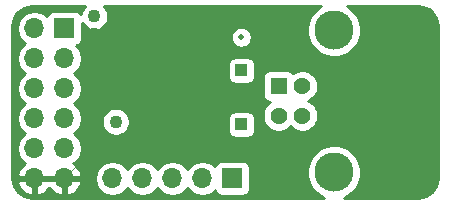
<source format=gbr>
G04 #@! TF.GenerationSoftware,KiCad,Pcbnew,5.1.6-c6e7f7d~86~ubuntu18.04.1*
G04 #@! TF.CreationDate,2021-05-10T21:05:39-07:00*
G04 #@! TF.ProjectId,usb_dev_pmod,7573625f-6465-4765-9f70-6d6f642e6b69,rev?*
G04 #@! TF.SameCoordinates,Original*
G04 #@! TF.FileFunction,Copper,L3,Inr*
G04 #@! TF.FilePolarity,Positive*
%FSLAX46Y46*%
G04 Gerber Fmt 4.6, Leading zero omitted, Abs format (unit mm)*
G04 Created by KiCad (PCBNEW 5.1.6-c6e7f7d~86~ubuntu18.04.1) date 2021-05-10 21:05:39*
%MOMM*%
%LPD*%
G01*
G04 APERTURE LIST*
G04 #@! TA.AperFunction,ViaPad*
%ADD10R,1.000000X1.000000*%
G04 #@! TD*
G04 #@! TA.AperFunction,ViaPad*
%ADD11C,3.316000*%
G04 #@! TD*
G04 #@! TA.AperFunction,ViaPad*
%ADD12C,1.428000*%
G04 #@! TD*
G04 #@! TA.AperFunction,ViaPad*
%ADD13R,1.428000X1.428000*%
G04 #@! TD*
G04 #@! TA.AperFunction,ViaPad*
%ADD14O,1.700000X1.700000*%
G04 #@! TD*
G04 #@! TA.AperFunction,ViaPad*
%ADD15R,1.700000X1.700000*%
G04 #@! TD*
G04 #@! TA.AperFunction,ViaPad*
%ADD16C,1.100000*%
G04 #@! TD*
G04 #@! TA.AperFunction,ViaPad*
%ADD17C,0.500000*%
G04 #@! TD*
G04 #@! TA.AperFunction,Conductor*
%ADD18C,0.088900*%
G04 #@! TD*
G04 #@! TA.AperFunction,Conductor*
%ADD19C,0.254000*%
G04 #@! TD*
G04 APERTURE END LIST*
D10*
X101346000Y-79248000D03*
X101346000Y-74676000D03*
D11*
X109202000Y-71272000D03*
X109202000Y-83312000D03*
D12*
X106492000Y-76002000D03*
X106492000Y-78502000D03*
X104492000Y-78502000D03*
D13*
X104492000Y-76002000D03*
D14*
X90424000Y-83820000D03*
X92964000Y-83820000D03*
X95504000Y-83820000D03*
X98044000Y-83820000D03*
D15*
X100584000Y-83820000D03*
D14*
X83820000Y-83820000D03*
X86360000Y-83820000D03*
X83820000Y-81280000D03*
X86360000Y-81280000D03*
X83820000Y-78740000D03*
X86360000Y-78740000D03*
X83820000Y-76200000D03*
X86360000Y-76200000D03*
X83820000Y-73660000D03*
X86360000Y-73660000D03*
X83820000Y-71120000D03*
D15*
X86360000Y-71120000D03*
D16*
X88900000Y-71628000D03*
X88900000Y-70104000D03*
X90703071Y-79023371D03*
D17*
X101346000Y-71882000D03*
D18*
X83820000Y-83820000D02*
X86360000Y-83820000D01*
X88900000Y-81280000D02*
X88900000Y-71628000D01*
X86360000Y-83820000D02*
X88900000Y-81280000D01*
D19*
G36*
X87979550Y-69348606D02*
G01*
X87849866Y-69542692D01*
X87760539Y-69758348D01*
X87731475Y-69904464D01*
X87661185Y-69818815D01*
X87564494Y-69739463D01*
X87454180Y-69680498D01*
X87334482Y-69644188D01*
X87210000Y-69631928D01*
X85510000Y-69631928D01*
X85385518Y-69644188D01*
X85265820Y-69680498D01*
X85155506Y-69739463D01*
X85058815Y-69818815D01*
X84979463Y-69915506D01*
X84920498Y-70025820D01*
X84898487Y-70098380D01*
X84766632Y-69966525D01*
X84523411Y-69804010D01*
X84253158Y-69692068D01*
X83966260Y-69635000D01*
X83673740Y-69635000D01*
X83386842Y-69692068D01*
X83116589Y-69804010D01*
X82873368Y-69966525D01*
X82666525Y-70173368D01*
X82504010Y-70416589D01*
X82392068Y-70686842D01*
X82335000Y-70973740D01*
X82335000Y-71266260D01*
X82392068Y-71553158D01*
X82504010Y-71823411D01*
X82666525Y-72066632D01*
X82873368Y-72273475D01*
X83047760Y-72390000D01*
X82873368Y-72506525D01*
X82666525Y-72713368D01*
X82504010Y-72956589D01*
X82392068Y-73226842D01*
X82335000Y-73513740D01*
X82335000Y-73806260D01*
X82392068Y-74093158D01*
X82504010Y-74363411D01*
X82666525Y-74606632D01*
X82873368Y-74813475D01*
X83047760Y-74930000D01*
X82873368Y-75046525D01*
X82666525Y-75253368D01*
X82504010Y-75496589D01*
X82392068Y-75766842D01*
X82335000Y-76053740D01*
X82335000Y-76346260D01*
X82392068Y-76633158D01*
X82504010Y-76903411D01*
X82666525Y-77146632D01*
X82873368Y-77353475D01*
X83047760Y-77470000D01*
X82873368Y-77586525D01*
X82666525Y-77793368D01*
X82504010Y-78036589D01*
X82392068Y-78306842D01*
X82335000Y-78593740D01*
X82335000Y-78886260D01*
X82392068Y-79173158D01*
X82504010Y-79443411D01*
X82666525Y-79686632D01*
X82873368Y-79893475D01*
X83047760Y-80010000D01*
X82873368Y-80126525D01*
X82666525Y-80333368D01*
X82504010Y-80576589D01*
X82392068Y-80846842D01*
X82335000Y-81133740D01*
X82335000Y-81426260D01*
X82392068Y-81713158D01*
X82504010Y-81983411D01*
X82666525Y-82226632D01*
X82873368Y-82433475D01*
X83055534Y-82555195D01*
X82938645Y-82624822D01*
X82722412Y-82819731D01*
X82548359Y-83053080D01*
X82423175Y-83315901D01*
X82378524Y-83463110D01*
X82499845Y-83693000D01*
X83693000Y-83693000D01*
X83693000Y-83673000D01*
X83947000Y-83673000D01*
X83947000Y-83693000D01*
X86233000Y-83693000D01*
X86233000Y-83673000D01*
X86487000Y-83673000D01*
X86487000Y-83693000D01*
X87680155Y-83693000D01*
X87690319Y-83673740D01*
X88939000Y-83673740D01*
X88939000Y-83966260D01*
X88996068Y-84253158D01*
X89108010Y-84523411D01*
X89270525Y-84766632D01*
X89477368Y-84973475D01*
X89720589Y-85135990D01*
X89990842Y-85247932D01*
X90277740Y-85305000D01*
X90570260Y-85305000D01*
X90857158Y-85247932D01*
X91127411Y-85135990D01*
X91370632Y-84973475D01*
X91577475Y-84766632D01*
X91694000Y-84592240D01*
X91810525Y-84766632D01*
X92017368Y-84973475D01*
X92260589Y-85135990D01*
X92530842Y-85247932D01*
X92817740Y-85305000D01*
X93110260Y-85305000D01*
X93397158Y-85247932D01*
X93667411Y-85135990D01*
X93910632Y-84973475D01*
X94117475Y-84766632D01*
X94234000Y-84592240D01*
X94350525Y-84766632D01*
X94557368Y-84973475D01*
X94800589Y-85135990D01*
X95070842Y-85247932D01*
X95357740Y-85305000D01*
X95650260Y-85305000D01*
X95937158Y-85247932D01*
X96207411Y-85135990D01*
X96450632Y-84973475D01*
X96657475Y-84766632D01*
X96774000Y-84592240D01*
X96890525Y-84766632D01*
X97097368Y-84973475D01*
X97340589Y-85135990D01*
X97610842Y-85247932D01*
X97897740Y-85305000D01*
X98190260Y-85305000D01*
X98477158Y-85247932D01*
X98747411Y-85135990D01*
X98990632Y-84973475D01*
X99122487Y-84841620D01*
X99144498Y-84914180D01*
X99203463Y-85024494D01*
X99282815Y-85121185D01*
X99379506Y-85200537D01*
X99489820Y-85259502D01*
X99609518Y-85295812D01*
X99734000Y-85308072D01*
X101434000Y-85308072D01*
X101558482Y-85295812D01*
X101678180Y-85259502D01*
X101788494Y-85200537D01*
X101885185Y-85121185D01*
X101964537Y-85024494D01*
X102023502Y-84914180D01*
X102059812Y-84794482D01*
X102072072Y-84670000D01*
X102072072Y-82970000D01*
X102059812Y-82845518D01*
X102023502Y-82725820D01*
X101964537Y-82615506D01*
X101885185Y-82518815D01*
X101788494Y-82439463D01*
X101678180Y-82380498D01*
X101558482Y-82344188D01*
X101434000Y-82331928D01*
X99734000Y-82331928D01*
X99609518Y-82344188D01*
X99489820Y-82380498D01*
X99379506Y-82439463D01*
X99282815Y-82518815D01*
X99203463Y-82615506D01*
X99144498Y-82725820D01*
X99122487Y-82798380D01*
X98990632Y-82666525D01*
X98747411Y-82504010D01*
X98477158Y-82392068D01*
X98190260Y-82335000D01*
X97897740Y-82335000D01*
X97610842Y-82392068D01*
X97340589Y-82504010D01*
X97097368Y-82666525D01*
X96890525Y-82873368D01*
X96774000Y-83047760D01*
X96657475Y-82873368D01*
X96450632Y-82666525D01*
X96207411Y-82504010D01*
X95937158Y-82392068D01*
X95650260Y-82335000D01*
X95357740Y-82335000D01*
X95070842Y-82392068D01*
X94800589Y-82504010D01*
X94557368Y-82666525D01*
X94350525Y-82873368D01*
X94234000Y-83047760D01*
X94117475Y-82873368D01*
X93910632Y-82666525D01*
X93667411Y-82504010D01*
X93397158Y-82392068D01*
X93110260Y-82335000D01*
X92817740Y-82335000D01*
X92530842Y-82392068D01*
X92260589Y-82504010D01*
X92017368Y-82666525D01*
X91810525Y-82873368D01*
X91694000Y-83047760D01*
X91577475Y-82873368D01*
X91370632Y-82666525D01*
X91127411Y-82504010D01*
X90857158Y-82392068D01*
X90570260Y-82335000D01*
X90277740Y-82335000D01*
X89990842Y-82392068D01*
X89720589Y-82504010D01*
X89477368Y-82666525D01*
X89270525Y-82873368D01*
X89108010Y-83116589D01*
X88996068Y-83386842D01*
X88939000Y-83673740D01*
X87690319Y-83673740D01*
X87801476Y-83463110D01*
X87756825Y-83315901D01*
X87631641Y-83053080D01*
X87457588Y-82819731D01*
X87241355Y-82624822D01*
X87124466Y-82555195D01*
X87306632Y-82433475D01*
X87513475Y-82226632D01*
X87675990Y-81983411D01*
X87787932Y-81713158D01*
X87845000Y-81426260D01*
X87845000Y-81133740D01*
X87787932Y-80846842D01*
X87675990Y-80576589D01*
X87513475Y-80333368D01*
X87306632Y-80126525D01*
X87132240Y-80010000D01*
X87306632Y-79893475D01*
X87513475Y-79686632D01*
X87675990Y-79443411D01*
X87787932Y-79173158D01*
X87840942Y-78906659D01*
X89518071Y-78906659D01*
X89518071Y-79140083D01*
X89563610Y-79369023D01*
X89652937Y-79584679D01*
X89782621Y-79778765D01*
X89947677Y-79943821D01*
X90141763Y-80073505D01*
X90357419Y-80162832D01*
X90586359Y-80208371D01*
X90819783Y-80208371D01*
X91048723Y-80162832D01*
X91264379Y-80073505D01*
X91458465Y-79943821D01*
X91623521Y-79778765D01*
X91753205Y-79584679D01*
X91842532Y-79369023D01*
X91888071Y-79140083D01*
X91888071Y-78906659D01*
X91856512Y-78748000D01*
X100207928Y-78748000D01*
X100207928Y-79748000D01*
X100220188Y-79872482D01*
X100256498Y-79992180D01*
X100315463Y-80102494D01*
X100394815Y-80199185D01*
X100491506Y-80278537D01*
X100601820Y-80337502D01*
X100721518Y-80373812D01*
X100846000Y-80386072D01*
X101846000Y-80386072D01*
X101970482Y-80373812D01*
X102090180Y-80337502D01*
X102200494Y-80278537D01*
X102297185Y-80199185D01*
X102376537Y-80102494D01*
X102435502Y-79992180D01*
X102471812Y-79872482D01*
X102484072Y-79748000D01*
X102484072Y-78748000D01*
X102471812Y-78623518D01*
X102435502Y-78503820D01*
X102376537Y-78393506D01*
X102297185Y-78296815D01*
X102200494Y-78217463D01*
X102090180Y-78158498D01*
X101970482Y-78122188D01*
X101846000Y-78109928D01*
X100846000Y-78109928D01*
X100721518Y-78122188D01*
X100601820Y-78158498D01*
X100491506Y-78217463D01*
X100394815Y-78296815D01*
X100315463Y-78393506D01*
X100256498Y-78503820D01*
X100220188Y-78623518D01*
X100207928Y-78748000D01*
X91856512Y-78748000D01*
X91842532Y-78677719D01*
X91753205Y-78462063D01*
X91623521Y-78267977D01*
X91458465Y-78102921D01*
X91264379Y-77973237D01*
X91048723Y-77883910D01*
X90819783Y-77838371D01*
X90586359Y-77838371D01*
X90357419Y-77883910D01*
X90141763Y-77973237D01*
X89947677Y-78102921D01*
X89782621Y-78267977D01*
X89652937Y-78462063D01*
X89563610Y-78677719D01*
X89518071Y-78906659D01*
X87840942Y-78906659D01*
X87845000Y-78886260D01*
X87845000Y-78593740D01*
X87787932Y-78306842D01*
X87675990Y-78036589D01*
X87513475Y-77793368D01*
X87306632Y-77586525D01*
X87132240Y-77470000D01*
X87306632Y-77353475D01*
X87513475Y-77146632D01*
X87675990Y-76903411D01*
X87787932Y-76633158D01*
X87845000Y-76346260D01*
X87845000Y-76053740D01*
X87787932Y-75766842D01*
X87675990Y-75496589D01*
X87513475Y-75253368D01*
X87306632Y-75046525D01*
X87132240Y-74930000D01*
X87306632Y-74813475D01*
X87513475Y-74606632D01*
X87675990Y-74363411D01*
X87753617Y-74176000D01*
X100207928Y-74176000D01*
X100207928Y-75176000D01*
X100220188Y-75300482D01*
X100256498Y-75420180D01*
X100315463Y-75530494D01*
X100394815Y-75627185D01*
X100491506Y-75706537D01*
X100601820Y-75765502D01*
X100721518Y-75801812D01*
X100846000Y-75814072D01*
X101846000Y-75814072D01*
X101970482Y-75801812D01*
X102090180Y-75765502D01*
X102200494Y-75706537D01*
X102297185Y-75627185D01*
X102376537Y-75530494D01*
X102435502Y-75420180D01*
X102471812Y-75300482D01*
X102473041Y-75288000D01*
X103139928Y-75288000D01*
X103139928Y-76716000D01*
X103152188Y-76840482D01*
X103188498Y-76960180D01*
X103247463Y-77070494D01*
X103326815Y-77167185D01*
X103423506Y-77246537D01*
X103533820Y-77305502D01*
X103653518Y-77341812D01*
X103778000Y-77354072D01*
X103781860Y-77354072D01*
X103632063Y-77454163D01*
X103444163Y-77642063D01*
X103296532Y-77863009D01*
X103194842Y-78108511D01*
X103143000Y-78369135D01*
X103143000Y-78634865D01*
X103194842Y-78895489D01*
X103296532Y-79140991D01*
X103444163Y-79361937D01*
X103632063Y-79549837D01*
X103853009Y-79697468D01*
X104098511Y-79799158D01*
X104359135Y-79851000D01*
X104624865Y-79851000D01*
X104885489Y-79799158D01*
X105130991Y-79697468D01*
X105351937Y-79549837D01*
X105492000Y-79409774D01*
X105632063Y-79549837D01*
X105853009Y-79697468D01*
X106098511Y-79799158D01*
X106359135Y-79851000D01*
X106624865Y-79851000D01*
X106885489Y-79799158D01*
X107130991Y-79697468D01*
X107351937Y-79549837D01*
X107539837Y-79361937D01*
X107687468Y-79140991D01*
X107789158Y-78895489D01*
X107841000Y-78634865D01*
X107841000Y-78369135D01*
X107789158Y-78108511D01*
X107687468Y-77863009D01*
X107539837Y-77642063D01*
X107351937Y-77454163D01*
X107130991Y-77306532D01*
X106999339Y-77252000D01*
X107130991Y-77197468D01*
X107351937Y-77049837D01*
X107539837Y-76861937D01*
X107687468Y-76640991D01*
X107789158Y-76395489D01*
X107841000Y-76134865D01*
X107841000Y-75869135D01*
X107789158Y-75608511D01*
X107687468Y-75363009D01*
X107539837Y-75142063D01*
X107351937Y-74954163D01*
X107130991Y-74806532D01*
X106885489Y-74704842D01*
X106624865Y-74653000D01*
X106359135Y-74653000D01*
X106098511Y-74704842D01*
X105853009Y-74806532D01*
X105710486Y-74901763D01*
X105657185Y-74836815D01*
X105560494Y-74757463D01*
X105450180Y-74698498D01*
X105330482Y-74662188D01*
X105206000Y-74649928D01*
X103778000Y-74649928D01*
X103653518Y-74662188D01*
X103533820Y-74698498D01*
X103423506Y-74757463D01*
X103326815Y-74836815D01*
X103247463Y-74933506D01*
X103188498Y-75043820D01*
X103152188Y-75163518D01*
X103139928Y-75288000D01*
X102473041Y-75288000D01*
X102484072Y-75176000D01*
X102484072Y-74176000D01*
X102471812Y-74051518D01*
X102435502Y-73931820D01*
X102376537Y-73821506D01*
X102297185Y-73724815D01*
X102200494Y-73645463D01*
X102090180Y-73586498D01*
X101970482Y-73550188D01*
X101846000Y-73537928D01*
X100846000Y-73537928D01*
X100721518Y-73550188D01*
X100601820Y-73586498D01*
X100491506Y-73645463D01*
X100394815Y-73724815D01*
X100315463Y-73821506D01*
X100256498Y-73931820D01*
X100220188Y-74051518D01*
X100207928Y-74176000D01*
X87753617Y-74176000D01*
X87787932Y-74093158D01*
X87845000Y-73806260D01*
X87845000Y-73513740D01*
X87787932Y-73226842D01*
X87675990Y-72956589D01*
X87513475Y-72713368D01*
X87381620Y-72581513D01*
X87454180Y-72559502D01*
X87564494Y-72500537D01*
X87661185Y-72421185D01*
X87740537Y-72324494D01*
X87799502Y-72214180D01*
X87835812Y-72094482D01*
X87848072Y-71970000D01*
X87848072Y-71794835D01*
X100461000Y-71794835D01*
X100461000Y-71969165D01*
X100495010Y-72140145D01*
X100561723Y-72301205D01*
X100658576Y-72446155D01*
X100781845Y-72569424D01*
X100926795Y-72666277D01*
X101087855Y-72732990D01*
X101258835Y-72767000D01*
X101433165Y-72767000D01*
X101604145Y-72732990D01*
X101765205Y-72666277D01*
X101910155Y-72569424D01*
X102033424Y-72446155D01*
X102130277Y-72301205D01*
X102196990Y-72140145D01*
X102231000Y-71969165D01*
X102231000Y-71794835D01*
X102196990Y-71623855D01*
X102130277Y-71462795D01*
X102033424Y-71317845D01*
X101910155Y-71194576D01*
X101765205Y-71097723D01*
X101604145Y-71031010D01*
X101433165Y-70997000D01*
X101258835Y-70997000D01*
X101087855Y-71031010D01*
X100926795Y-71097723D01*
X100781845Y-71194576D01*
X100658576Y-71317845D01*
X100561723Y-71462795D01*
X100495010Y-71623855D01*
X100461000Y-71794835D01*
X87848072Y-71794835D01*
X87848072Y-70660977D01*
X87849866Y-70665308D01*
X87979550Y-70859394D01*
X88144606Y-71024450D01*
X88338692Y-71154134D01*
X88554348Y-71243461D01*
X88783288Y-71289000D01*
X89016712Y-71289000D01*
X89245652Y-71243461D01*
X89461308Y-71154134D01*
X89655394Y-71024450D01*
X89820450Y-70859394D01*
X89950134Y-70665308D01*
X90039461Y-70449652D01*
X90085000Y-70220712D01*
X90085000Y-69987288D01*
X90039461Y-69758348D01*
X89950134Y-69542692D01*
X89820450Y-69348606D01*
X89711844Y-69240000D01*
X108115812Y-69240000D01*
X107740298Y-69490910D01*
X107420910Y-69810298D01*
X107169970Y-70185857D01*
X106997119Y-70603157D01*
X106909000Y-71046159D01*
X106909000Y-71497841D01*
X106997119Y-71940843D01*
X107169970Y-72358143D01*
X107420910Y-72733702D01*
X107740298Y-73053090D01*
X108115857Y-73304030D01*
X108533157Y-73476881D01*
X108976159Y-73565000D01*
X109427841Y-73565000D01*
X109870843Y-73476881D01*
X110288143Y-73304030D01*
X110663702Y-73053090D01*
X110983090Y-72733702D01*
X111234030Y-72358143D01*
X111406881Y-71940843D01*
X111495000Y-71497841D01*
X111495000Y-71046159D01*
X111406881Y-70603157D01*
X111234030Y-70185857D01*
X110983090Y-69810298D01*
X110663702Y-69490910D01*
X110288188Y-69240000D01*
X116299721Y-69240000D01*
X116647210Y-69274072D01*
X116950413Y-69365614D01*
X117230064Y-69514307D01*
X117475505Y-69714484D01*
X117677391Y-69958521D01*
X117828031Y-70237125D01*
X117921690Y-70539688D01*
X117958001Y-70885167D01*
X117958000Y-83787721D01*
X117923928Y-84135209D01*
X117832384Y-84438417D01*
X117683693Y-84718063D01*
X117483516Y-84963505D01*
X117239476Y-85165392D01*
X116960875Y-85316031D01*
X116658313Y-85409690D01*
X116312842Y-85446000D01*
X110041965Y-85446000D01*
X110288143Y-85344030D01*
X110663702Y-85093090D01*
X110983090Y-84773702D01*
X111234030Y-84398143D01*
X111406881Y-83980843D01*
X111495000Y-83537841D01*
X111495000Y-83086159D01*
X111406881Y-82643157D01*
X111234030Y-82225857D01*
X110983090Y-81850298D01*
X110663702Y-81530910D01*
X110288143Y-81279970D01*
X109870843Y-81107119D01*
X109427841Y-81019000D01*
X108976159Y-81019000D01*
X108533157Y-81107119D01*
X108115857Y-81279970D01*
X107740298Y-81530910D01*
X107420910Y-81850298D01*
X107169970Y-82225857D01*
X106997119Y-82643157D01*
X106909000Y-83086159D01*
X106909000Y-83537841D01*
X106997119Y-83980843D01*
X107169970Y-84398143D01*
X107420910Y-84773702D01*
X107740298Y-85093090D01*
X108115857Y-85344030D01*
X108362035Y-85446000D01*
X83598279Y-85446000D01*
X83250791Y-85411928D01*
X82947583Y-85320384D01*
X82667937Y-85171693D01*
X82422495Y-84971516D01*
X82220608Y-84727476D01*
X82069969Y-84448875D01*
X81985776Y-84176890D01*
X82378524Y-84176890D01*
X82423175Y-84324099D01*
X82548359Y-84586920D01*
X82722412Y-84820269D01*
X82938645Y-85015178D01*
X83188748Y-85164157D01*
X83463109Y-85261481D01*
X83693000Y-85140814D01*
X83693000Y-83947000D01*
X83947000Y-83947000D01*
X83947000Y-85140814D01*
X84176891Y-85261481D01*
X84451252Y-85164157D01*
X84701355Y-85015178D01*
X84917588Y-84820269D01*
X85090000Y-84589120D01*
X85262412Y-84820269D01*
X85478645Y-85015178D01*
X85728748Y-85164157D01*
X86003109Y-85261481D01*
X86233000Y-85140814D01*
X86233000Y-83947000D01*
X86487000Y-83947000D01*
X86487000Y-85140814D01*
X86716891Y-85261481D01*
X86991252Y-85164157D01*
X87241355Y-85015178D01*
X87457588Y-84820269D01*
X87631641Y-84586920D01*
X87756825Y-84324099D01*
X87801476Y-84176890D01*
X87680155Y-83947000D01*
X86487000Y-83947000D01*
X86233000Y-83947000D01*
X83947000Y-83947000D01*
X83693000Y-83947000D01*
X82499845Y-83947000D01*
X82378524Y-84176890D01*
X81985776Y-84176890D01*
X81976310Y-84146313D01*
X81940000Y-83800842D01*
X81940000Y-70898279D01*
X81974072Y-70550790D01*
X82065614Y-70247587D01*
X82214307Y-69967936D01*
X82414484Y-69722495D01*
X82658521Y-69520609D01*
X82937125Y-69369969D01*
X83239688Y-69276310D01*
X83585158Y-69240000D01*
X88088156Y-69240000D01*
X87979550Y-69348606D01*
G37*
X87979550Y-69348606D02*
X87849866Y-69542692D01*
X87760539Y-69758348D01*
X87731475Y-69904464D01*
X87661185Y-69818815D01*
X87564494Y-69739463D01*
X87454180Y-69680498D01*
X87334482Y-69644188D01*
X87210000Y-69631928D01*
X85510000Y-69631928D01*
X85385518Y-69644188D01*
X85265820Y-69680498D01*
X85155506Y-69739463D01*
X85058815Y-69818815D01*
X84979463Y-69915506D01*
X84920498Y-70025820D01*
X84898487Y-70098380D01*
X84766632Y-69966525D01*
X84523411Y-69804010D01*
X84253158Y-69692068D01*
X83966260Y-69635000D01*
X83673740Y-69635000D01*
X83386842Y-69692068D01*
X83116589Y-69804010D01*
X82873368Y-69966525D01*
X82666525Y-70173368D01*
X82504010Y-70416589D01*
X82392068Y-70686842D01*
X82335000Y-70973740D01*
X82335000Y-71266260D01*
X82392068Y-71553158D01*
X82504010Y-71823411D01*
X82666525Y-72066632D01*
X82873368Y-72273475D01*
X83047760Y-72390000D01*
X82873368Y-72506525D01*
X82666525Y-72713368D01*
X82504010Y-72956589D01*
X82392068Y-73226842D01*
X82335000Y-73513740D01*
X82335000Y-73806260D01*
X82392068Y-74093158D01*
X82504010Y-74363411D01*
X82666525Y-74606632D01*
X82873368Y-74813475D01*
X83047760Y-74930000D01*
X82873368Y-75046525D01*
X82666525Y-75253368D01*
X82504010Y-75496589D01*
X82392068Y-75766842D01*
X82335000Y-76053740D01*
X82335000Y-76346260D01*
X82392068Y-76633158D01*
X82504010Y-76903411D01*
X82666525Y-77146632D01*
X82873368Y-77353475D01*
X83047760Y-77470000D01*
X82873368Y-77586525D01*
X82666525Y-77793368D01*
X82504010Y-78036589D01*
X82392068Y-78306842D01*
X82335000Y-78593740D01*
X82335000Y-78886260D01*
X82392068Y-79173158D01*
X82504010Y-79443411D01*
X82666525Y-79686632D01*
X82873368Y-79893475D01*
X83047760Y-80010000D01*
X82873368Y-80126525D01*
X82666525Y-80333368D01*
X82504010Y-80576589D01*
X82392068Y-80846842D01*
X82335000Y-81133740D01*
X82335000Y-81426260D01*
X82392068Y-81713158D01*
X82504010Y-81983411D01*
X82666525Y-82226632D01*
X82873368Y-82433475D01*
X83055534Y-82555195D01*
X82938645Y-82624822D01*
X82722412Y-82819731D01*
X82548359Y-83053080D01*
X82423175Y-83315901D01*
X82378524Y-83463110D01*
X82499845Y-83693000D01*
X83693000Y-83693000D01*
X83693000Y-83673000D01*
X83947000Y-83673000D01*
X83947000Y-83693000D01*
X86233000Y-83693000D01*
X86233000Y-83673000D01*
X86487000Y-83673000D01*
X86487000Y-83693000D01*
X87680155Y-83693000D01*
X87690319Y-83673740D01*
X88939000Y-83673740D01*
X88939000Y-83966260D01*
X88996068Y-84253158D01*
X89108010Y-84523411D01*
X89270525Y-84766632D01*
X89477368Y-84973475D01*
X89720589Y-85135990D01*
X89990842Y-85247932D01*
X90277740Y-85305000D01*
X90570260Y-85305000D01*
X90857158Y-85247932D01*
X91127411Y-85135990D01*
X91370632Y-84973475D01*
X91577475Y-84766632D01*
X91694000Y-84592240D01*
X91810525Y-84766632D01*
X92017368Y-84973475D01*
X92260589Y-85135990D01*
X92530842Y-85247932D01*
X92817740Y-85305000D01*
X93110260Y-85305000D01*
X93397158Y-85247932D01*
X93667411Y-85135990D01*
X93910632Y-84973475D01*
X94117475Y-84766632D01*
X94234000Y-84592240D01*
X94350525Y-84766632D01*
X94557368Y-84973475D01*
X94800589Y-85135990D01*
X95070842Y-85247932D01*
X95357740Y-85305000D01*
X95650260Y-85305000D01*
X95937158Y-85247932D01*
X96207411Y-85135990D01*
X96450632Y-84973475D01*
X96657475Y-84766632D01*
X96774000Y-84592240D01*
X96890525Y-84766632D01*
X97097368Y-84973475D01*
X97340589Y-85135990D01*
X97610842Y-85247932D01*
X97897740Y-85305000D01*
X98190260Y-85305000D01*
X98477158Y-85247932D01*
X98747411Y-85135990D01*
X98990632Y-84973475D01*
X99122487Y-84841620D01*
X99144498Y-84914180D01*
X99203463Y-85024494D01*
X99282815Y-85121185D01*
X99379506Y-85200537D01*
X99489820Y-85259502D01*
X99609518Y-85295812D01*
X99734000Y-85308072D01*
X101434000Y-85308072D01*
X101558482Y-85295812D01*
X101678180Y-85259502D01*
X101788494Y-85200537D01*
X101885185Y-85121185D01*
X101964537Y-85024494D01*
X102023502Y-84914180D01*
X102059812Y-84794482D01*
X102072072Y-84670000D01*
X102072072Y-82970000D01*
X102059812Y-82845518D01*
X102023502Y-82725820D01*
X101964537Y-82615506D01*
X101885185Y-82518815D01*
X101788494Y-82439463D01*
X101678180Y-82380498D01*
X101558482Y-82344188D01*
X101434000Y-82331928D01*
X99734000Y-82331928D01*
X99609518Y-82344188D01*
X99489820Y-82380498D01*
X99379506Y-82439463D01*
X99282815Y-82518815D01*
X99203463Y-82615506D01*
X99144498Y-82725820D01*
X99122487Y-82798380D01*
X98990632Y-82666525D01*
X98747411Y-82504010D01*
X98477158Y-82392068D01*
X98190260Y-82335000D01*
X97897740Y-82335000D01*
X97610842Y-82392068D01*
X97340589Y-82504010D01*
X97097368Y-82666525D01*
X96890525Y-82873368D01*
X96774000Y-83047760D01*
X96657475Y-82873368D01*
X96450632Y-82666525D01*
X96207411Y-82504010D01*
X95937158Y-82392068D01*
X95650260Y-82335000D01*
X95357740Y-82335000D01*
X95070842Y-82392068D01*
X94800589Y-82504010D01*
X94557368Y-82666525D01*
X94350525Y-82873368D01*
X94234000Y-83047760D01*
X94117475Y-82873368D01*
X93910632Y-82666525D01*
X93667411Y-82504010D01*
X93397158Y-82392068D01*
X93110260Y-82335000D01*
X92817740Y-82335000D01*
X92530842Y-82392068D01*
X92260589Y-82504010D01*
X92017368Y-82666525D01*
X91810525Y-82873368D01*
X91694000Y-83047760D01*
X91577475Y-82873368D01*
X91370632Y-82666525D01*
X91127411Y-82504010D01*
X90857158Y-82392068D01*
X90570260Y-82335000D01*
X90277740Y-82335000D01*
X89990842Y-82392068D01*
X89720589Y-82504010D01*
X89477368Y-82666525D01*
X89270525Y-82873368D01*
X89108010Y-83116589D01*
X88996068Y-83386842D01*
X88939000Y-83673740D01*
X87690319Y-83673740D01*
X87801476Y-83463110D01*
X87756825Y-83315901D01*
X87631641Y-83053080D01*
X87457588Y-82819731D01*
X87241355Y-82624822D01*
X87124466Y-82555195D01*
X87306632Y-82433475D01*
X87513475Y-82226632D01*
X87675990Y-81983411D01*
X87787932Y-81713158D01*
X87845000Y-81426260D01*
X87845000Y-81133740D01*
X87787932Y-80846842D01*
X87675990Y-80576589D01*
X87513475Y-80333368D01*
X87306632Y-80126525D01*
X87132240Y-80010000D01*
X87306632Y-79893475D01*
X87513475Y-79686632D01*
X87675990Y-79443411D01*
X87787932Y-79173158D01*
X87840942Y-78906659D01*
X89518071Y-78906659D01*
X89518071Y-79140083D01*
X89563610Y-79369023D01*
X89652937Y-79584679D01*
X89782621Y-79778765D01*
X89947677Y-79943821D01*
X90141763Y-80073505D01*
X90357419Y-80162832D01*
X90586359Y-80208371D01*
X90819783Y-80208371D01*
X91048723Y-80162832D01*
X91264379Y-80073505D01*
X91458465Y-79943821D01*
X91623521Y-79778765D01*
X91753205Y-79584679D01*
X91842532Y-79369023D01*
X91888071Y-79140083D01*
X91888071Y-78906659D01*
X91856512Y-78748000D01*
X100207928Y-78748000D01*
X100207928Y-79748000D01*
X100220188Y-79872482D01*
X100256498Y-79992180D01*
X100315463Y-80102494D01*
X100394815Y-80199185D01*
X100491506Y-80278537D01*
X100601820Y-80337502D01*
X100721518Y-80373812D01*
X100846000Y-80386072D01*
X101846000Y-80386072D01*
X101970482Y-80373812D01*
X102090180Y-80337502D01*
X102200494Y-80278537D01*
X102297185Y-80199185D01*
X102376537Y-80102494D01*
X102435502Y-79992180D01*
X102471812Y-79872482D01*
X102484072Y-79748000D01*
X102484072Y-78748000D01*
X102471812Y-78623518D01*
X102435502Y-78503820D01*
X102376537Y-78393506D01*
X102297185Y-78296815D01*
X102200494Y-78217463D01*
X102090180Y-78158498D01*
X101970482Y-78122188D01*
X101846000Y-78109928D01*
X100846000Y-78109928D01*
X100721518Y-78122188D01*
X100601820Y-78158498D01*
X100491506Y-78217463D01*
X100394815Y-78296815D01*
X100315463Y-78393506D01*
X100256498Y-78503820D01*
X100220188Y-78623518D01*
X100207928Y-78748000D01*
X91856512Y-78748000D01*
X91842532Y-78677719D01*
X91753205Y-78462063D01*
X91623521Y-78267977D01*
X91458465Y-78102921D01*
X91264379Y-77973237D01*
X91048723Y-77883910D01*
X90819783Y-77838371D01*
X90586359Y-77838371D01*
X90357419Y-77883910D01*
X90141763Y-77973237D01*
X89947677Y-78102921D01*
X89782621Y-78267977D01*
X89652937Y-78462063D01*
X89563610Y-78677719D01*
X89518071Y-78906659D01*
X87840942Y-78906659D01*
X87845000Y-78886260D01*
X87845000Y-78593740D01*
X87787932Y-78306842D01*
X87675990Y-78036589D01*
X87513475Y-77793368D01*
X87306632Y-77586525D01*
X87132240Y-77470000D01*
X87306632Y-77353475D01*
X87513475Y-77146632D01*
X87675990Y-76903411D01*
X87787932Y-76633158D01*
X87845000Y-76346260D01*
X87845000Y-76053740D01*
X87787932Y-75766842D01*
X87675990Y-75496589D01*
X87513475Y-75253368D01*
X87306632Y-75046525D01*
X87132240Y-74930000D01*
X87306632Y-74813475D01*
X87513475Y-74606632D01*
X87675990Y-74363411D01*
X87753617Y-74176000D01*
X100207928Y-74176000D01*
X100207928Y-75176000D01*
X100220188Y-75300482D01*
X100256498Y-75420180D01*
X100315463Y-75530494D01*
X100394815Y-75627185D01*
X100491506Y-75706537D01*
X100601820Y-75765502D01*
X100721518Y-75801812D01*
X100846000Y-75814072D01*
X101846000Y-75814072D01*
X101970482Y-75801812D01*
X102090180Y-75765502D01*
X102200494Y-75706537D01*
X102297185Y-75627185D01*
X102376537Y-75530494D01*
X102435502Y-75420180D01*
X102471812Y-75300482D01*
X102473041Y-75288000D01*
X103139928Y-75288000D01*
X103139928Y-76716000D01*
X103152188Y-76840482D01*
X103188498Y-76960180D01*
X103247463Y-77070494D01*
X103326815Y-77167185D01*
X103423506Y-77246537D01*
X103533820Y-77305502D01*
X103653518Y-77341812D01*
X103778000Y-77354072D01*
X103781860Y-77354072D01*
X103632063Y-77454163D01*
X103444163Y-77642063D01*
X103296532Y-77863009D01*
X103194842Y-78108511D01*
X103143000Y-78369135D01*
X103143000Y-78634865D01*
X103194842Y-78895489D01*
X103296532Y-79140991D01*
X103444163Y-79361937D01*
X103632063Y-79549837D01*
X103853009Y-79697468D01*
X104098511Y-79799158D01*
X104359135Y-79851000D01*
X104624865Y-79851000D01*
X104885489Y-79799158D01*
X105130991Y-79697468D01*
X105351937Y-79549837D01*
X105492000Y-79409774D01*
X105632063Y-79549837D01*
X105853009Y-79697468D01*
X106098511Y-79799158D01*
X106359135Y-79851000D01*
X106624865Y-79851000D01*
X106885489Y-79799158D01*
X107130991Y-79697468D01*
X107351937Y-79549837D01*
X107539837Y-79361937D01*
X107687468Y-79140991D01*
X107789158Y-78895489D01*
X107841000Y-78634865D01*
X107841000Y-78369135D01*
X107789158Y-78108511D01*
X107687468Y-77863009D01*
X107539837Y-77642063D01*
X107351937Y-77454163D01*
X107130991Y-77306532D01*
X106999339Y-77252000D01*
X107130991Y-77197468D01*
X107351937Y-77049837D01*
X107539837Y-76861937D01*
X107687468Y-76640991D01*
X107789158Y-76395489D01*
X107841000Y-76134865D01*
X107841000Y-75869135D01*
X107789158Y-75608511D01*
X107687468Y-75363009D01*
X107539837Y-75142063D01*
X107351937Y-74954163D01*
X107130991Y-74806532D01*
X106885489Y-74704842D01*
X106624865Y-74653000D01*
X106359135Y-74653000D01*
X106098511Y-74704842D01*
X105853009Y-74806532D01*
X105710486Y-74901763D01*
X105657185Y-74836815D01*
X105560494Y-74757463D01*
X105450180Y-74698498D01*
X105330482Y-74662188D01*
X105206000Y-74649928D01*
X103778000Y-74649928D01*
X103653518Y-74662188D01*
X103533820Y-74698498D01*
X103423506Y-74757463D01*
X103326815Y-74836815D01*
X103247463Y-74933506D01*
X103188498Y-75043820D01*
X103152188Y-75163518D01*
X103139928Y-75288000D01*
X102473041Y-75288000D01*
X102484072Y-75176000D01*
X102484072Y-74176000D01*
X102471812Y-74051518D01*
X102435502Y-73931820D01*
X102376537Y-73821506D01*
X102297185Y-73724815D01*
X102200494Y-73645463D01*
X102090180Y-73586498D01*
X101970482Y-73550188D01*
X101846000Y-73537928D01*
X100846000Y-73537928D01*
X100721518Y-73550188D01*
X100601820Y-73586498D01*
X100491506Y-73645463D01*
X100394815Y-73724815D01*
X100315463Y-73821506D01*
X100256498Y-73931820D01*
X100220188Y-74051518D01*
X100207928Y-74176000D01*
X87753617Y-74176000D01*
X87787932Y-74093158D01*
X87845000Y-73806260D01*
X87845000Y-73513740D01*
X87787932Y-73226842D01*
X87675990Y-72956589D01*
X87513475Y-72713368D01*
X87381620Y-72581513D01*
X87454180Y-72559502D01*
X87564494Y-72500537D01*
X87661185Y-72421185D01*
X87740537Y-72324494D01*
X87799502Y-72214180D01*
X87835812Y-72094482D01*
X87848072Y-71970000D01*
X87848072Y-71794835D01*
X100461000Y-71794835D01*
X100461000Y-71969165D01*
X100495010Y-72140145D01*
X100561723Y-72301205D01*
X100658576Y-72446155D01*
X100781845Y-72569424D01*
X100926795Y-72666277D01*
X101087855Y-72732990D01*
X101258835Y-72767000D01*
X101433165Y-72767000D01*
X101604145Y-72732990D01*
X101765205Y-72666277D01*
X101910155Y-72569424D01*
X102033424Y-72446155D01*
X102130277Y-72301205D01*
X102196990Y-72140145D01*
X102231000Y-71969165D01*
X102231000Y-71794835D01*
X102196990Y-71623855D01*
X102130277Y-71462795D01*
X102033424Y-71317845D01*
X101910155Y-71194576D01*
X101765205Y-71097723D01*
X101604145Y-71031010D01*
X101433165Y-70997000D01*
X101258835Y-70997000D01*
X101087855Y-71031010D01*
X100926795Y-71097723D01*
X100781845Y-71194576D01*
X100658576Y-71317845D01*
X100561723Y-71462795D01*
X100495010Y-71623855D01*
X100461000Y-71794835D01*
X87848072Y-71794835D01*
X87848072Y-70660977D01*
X87849866Y-70665308D01*
X87979550Y-70859394D01*
X88144606Y-71024450D01*
X88338692Y-71154134D01*
X88554348Y-71243461D01*
X88783288Y-71289000D01*
X89016712Y-71289000D01*
X89245652Y-71243461D01*
X89461308Y-71154134D01*
X89655394Y-71024450D01*
X89820450Y-70859394D01*
X89950134Y-70665308D01*
X90039461Y-70449652D01*
X90085000Y-70220712D01*
X90085000Y-69987288D01*
X90039461Y-69758348D01*
X89950134Y-69542692D01*
X89820450Y-69348606D01*
X89711844Y-69240000D01*
X108115812Y-69240000D01*
X107740298Y-69490910D01*
X107420910Y-69810298D01*
X107169970Y-70185857D01*
X106997119Y-70603157D01*
X106909000Y-71046159D01*
X106909000Y-71497841D01*
X106997119Y-71940843D01*
X107169970Y-72358143D01*
X107420910Y-72733702D01*
X107740298Y-73053090D01*
X108115857Y-73304030D01*
X108533157Y-73476881D01*
X108976159Y-73565000D01*
X109427841Y-73565000D01*
X109870843Y-73476881D01*
X110288143Y-73304030D01*
X110663702Y-73053090D01*
X110983090Y-72733702D01*
X111234030Y-72358143D01*
X111406881Y-71940843D01*
X111495000Y-71497841D01*
X111495000Y-71046159D01*
X111406881Y-70603157D01*
X111234030Y-70185857D01*
X110983090Y-69810298D01*
X110663702Y-69490910D01*
X110288188Y-69240000D01*
X116299721Y-69240000D01*
X116647210Y-69274072D01*
X116950413Y-69365614D01*
X117230064Y-69514307D01*
X117475505Y-69714484D01*
X117677391Y-69958521D01*
X117828031Y-70237125D01*
X117921690Y-70539688D01*
X117958001Y-70885167D01*
X117958000Y-83787721D01*
X117923928Y-84135209D01*
X117832384Y-84438417D01*
X117683693Y-84718063D01*
X117483516Y-84963505D01*
X117239476Y-85165392D01*
X116960875Y-85316031D01*
X116658313Y-85409690D01*
X116312842Y-85446000D01*
X110041965Y-85446000D01*
X110288143Y-85344030D01*
X110663702Y-85093090D01*
X110983090Y-84773702D01*
X111234030Y-84398143D01*
X111406881Y-83980843D01*
X111495000Y-83537841D01*
X111495000Y-83086159D01*
X111406881Y-82643157D01*
X111234030Y-82225857D01*
X110983090Y-81850298D01*
X110663702Y-81530910D01*
X110288143Y-81279970D01*
X109870843Y-81107119D01*
X109427841Y-81019000D01*
X108976159Y-81019000D01*
X108533157Y-81107119D01*
X108115857Y-81279970D01*
X107740298Y-81530910D01*
X107420910Y-81850298D01*
X107169970Y-82225857D01*
X106997119Y-82643157D01*
X106909000Y-83086159D01*
X106909000Y-83537841D01*
X106997119Y-83980843D01*
X107169970Y-84398143D01*
X107420910Y-84773702D01*
X107740298Y-85093090D01*
X108115857Y-85344030D01*
X108362035Y-85446000D01*
X83598279Y-85446000D01*
X83250791Y-85411928D01*
X82947583Y-85320384D01*
X82667937Y-85171693D01*
X82422495Y-84971516D01*
X82220608Y-84727476D01*
X82069969Y-84448875D01*
X81985776Y-84176890D01*
X82378524Y-84176890D01*
X82423175Y-84324099D01*
X82548359Y-84586920D01*
X82722412Y-84820269D01*
X82938645Y-85015178D01*
X83188748Y-85164157D01*
X83463109Y-85261481D01*
X83693000Y-85140814D01*
X83693000Y-83947000D01*
X83947000Y-83947000D01*
X83947000Y-85140814D01*
X84176891Y-85261481D01*
X84451252Y-85164157D01*
X84701355Y-85015178D01*
X84917588Y-84820269D01*
X85090000Y-84589120D01*
X85262412Y-84820269D01*
X85478645Y-85015178D01*
X85728748Y-85164157D01*
X86003109Y-85261481D01*
X86233000Y-85140814D01*
X86233000Y-83947000D01*
X86487000Y-83947000D01*
X86487000Y-85140814D01*
X86716891Y-85261481D01*
X86991252Y-85164157D01*
X87241355Y-85015178D01*
X87457588Y-84820269D01*
X87631641Y-84586920D01*
X87756825Y-84324099D01*
X87801476Y-84176890D01*
X87680155Y-83947000D01*
X86487000Y-83947000D01*
X86233000Y-83947000D01*
X83947000Y-83947000D01*
X83693000Y-83947000D01*
X82499845Y-83947000D01*
X82378524Y-84176890D01*
X81985776Y-84176890D01*
X81976310Y-84146313D01*
X81940000Y-83800842D01*
X81940000Y-70898279D01*
X81974072Y-70550790D01*
X82065614Y-70247587D01*
X82214307Y-69967936D01*
X82414484Y-69722495D01*
X82658521Y-69520609D01*
X82937125Y-69369969D01*
X83239688Y-69276310D01*
X83585158Y-69240000D01*
X88088156Y-69240000D01*
X87979550Y-69348606D01*
M02*

</source>
